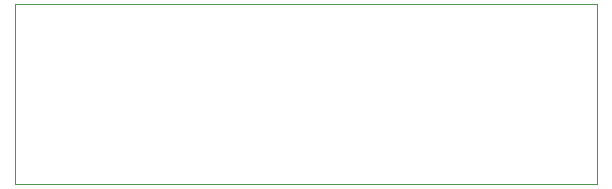
<source format=gbr>
G04 #@! TF.GenerationSoftware,KiCad,Pcbnew,(5.99.0-2415-gbbdd3fce7)*
G04 #@! TF.CreationDate,2020-07-29T10:57:10-07:00*
G04 #@! TF.ProjectId,VineHoop_V1_2,56696e65-486f-46f7-905f-56315f322e6b,rev?*
G04 #@! TF.SameCoordinates,Original*
G04 #@! TF.FileFunction,Profile,NP*
%FSLAX46Y46*%
G04 Gerber Fmt 4.6, Leading zero omitted, Abs format (unit mm)*
G04 Created by KiCad (PCBNEW (5.99.0-2415-gbbdd3fce7)) date 2020-07-29 10:57:10*
%MOMM*%
%LPD*%
G01*
G04 APERTURE LIST*
G04 #@! TA.AperFunction,Profile*
%ADD10C,0.050000*%
G04 #@! TD*
G04 APERTURE END LIST*
D10*
X179324000Y-56896000D02*
X130048000Y-56896000D01*
X130048000Y-56896000D02*
X130048000Y-72136000D01*
X140208000Y-72136000D02*
X130048000Y-72136000D01*
X179324000Y-56896000D02*
X179324000Y-72136000D01*
X179324000Y-72136000D02*
X140208000Y-72136000D01*
M02*

</source>
